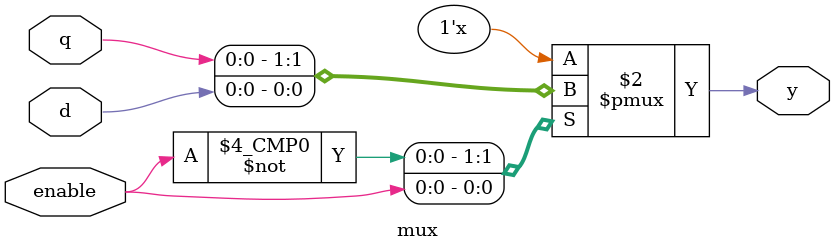
<source format=v>
module mux (d,q,enable,y);
input d,q, enable;
output reg y;
always @ (*)
case(enable)
//begin
 1'b0 : y =q;
 1'b1 : y =d;
 1'b1 : y =q;
//end
endcase
endmodule 

</source>
